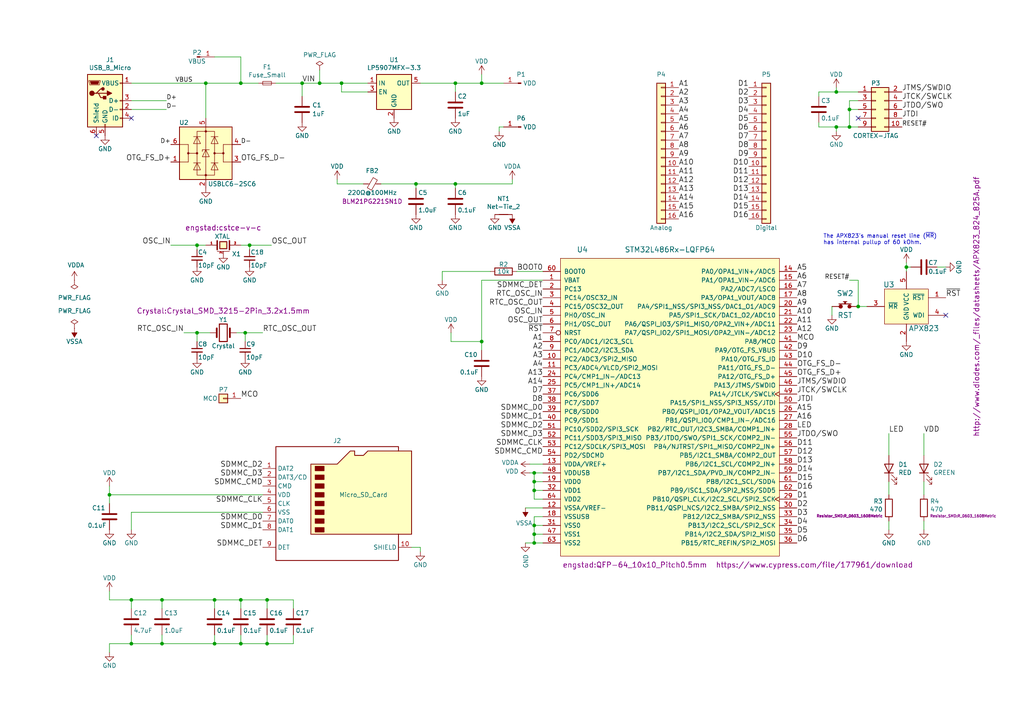
<source format=kicad_sch>
(kicad_sch (version 20230121) (generator eeschema)
  (paper "A4")
  (lib_symbols
    (symbol "@Engstad:APX823" (pin_names (offset 1.016))
      (property "Reference" "U" (at -5.08 6.35 0))
      (property "Value" "APX823" (at 5.08 -6.35 0))
      (symbol "APX823_1_1"
        (pin output line (at 11.43 2.54 180) (length 5.08) (name "~{RST}") (number "1"))
        (pin input line (at 0 -10.16 90) (length 5.08) (name "GND") (number "2"))
        (pin passive line (at -11.43 0 0) (length 5.08) (name "~{MR}") (number "3"))
        (pin input line (at 11.43 -2.54 180) (length 5.08) (name "WDI") (number "4"))
        (pin power_in line (at 0 10.16 270) (length 5.08) (name "VCC") (number "5"))
      )
    )
    (symbol "@Engstad:STM32L486Rx-LQFP64" (pin_names (offset 1.016))
      (property "Reference" "U" (at 1.27 -44.45 0))
      (property "Value" "STM32L486Rx-LQFP64" (at 1.27 44.45 0))
      (symbol "STM32L486Rx-LQFP64_1_1"
        (pin input line (at -36.83 36.83 0) (length 5.08) (name "VBAT") (number "1"))
        (pin bidirectional line (at -36.83 13.97 0) (length 5.08) (name "PC2/ADC3/SPI2_MISO") (number "10"))
        (pin bidirectional line (at -36.83 11.43 0) (length 5.08) (name "PC3/ADC4/VLCD/SPI2_MOSI") (number "11"))
        (pin power_in line (at -36.83 -29.21 0) (length 5.08) (name "VSSA/VREF-") (number "12"))
        (pin power_in line (at -36.83 -16.51 0) (length 5.08) (name "VDDA/VREF+") (number "13"))
        (pin bidirectional line (at 36.83 39.37 180) (length 5.08) (name "PA0/OPA1_VIN+/ADC5") (number "14"))
        (pin bidirectional line (at 36.83 36.83 180) (length 5.08) (name "PA1/OPA1_VIN-/ADC6") (number "15"))
        (pin bidirectional line (at 36.83 34.29 180) (length 5.08) (name "PA2/ADC7/LSCO") (number "16"))
        (pin bidirectional line (at 36.83 31.75 180) (length 5.08) (name "PA3/OPA1_VOUT/ADC8") (number "17"))
        (pin power_in line (at -36.83 -31.75 0) (length 5.08) (name "VSSUSB") (number "18"))
        (pin power_in line (at -36.83 -21.59 0) (length 5.08) (name "VDD0") (number "19"))
        (pin input line (at -36.83 34.29 0) (length 5.08) (name "PC13") (number "2"))
        (pin bidirectional line (at 36.83 29.21 180) (length 5.08) (name "PA4/SPI1_NSS/SPI3_NSS/DAC1_O1/ADC9") (number "20"))
        (pin bidirectional line (at 36.83 26.67 180) (length 5.08) (name "PA5/SPI1_SCK/DAC1_O2/ADC10") (number "21"))
        (pin bidirectional line (at 36.83 24.13 180) (length 5.08) (name "PA6/QSPI_IO3/SPI1_MISO/OPA2_VIN+/ADC11") (number "22"))
        (pin bidirectional line (at 36.83 21.59 180) (length 5.08) (name "PA7/QSPI_IO2/SPI1_MOSI/OPA2_VIN-/ADC12") (number "23"))
        (pin bidirectional line (at -36.83 8.89 0) (length 5.08) (name "PC4/CMP1_IN-/ADC13") (number "24"))
        (pin bidirectional line (at -36.83 6.35 0) (length 5.08) (name "PC5/CMP1_IN+/ADC14") (number "25"))
        (pin bidirectional line (at 36.83 -1.27 180) (length 5.08) (name "PB0/QSPI_IO1/OPA2_VOUT/ADC15") (number "26"))
        (pin bidirectional line (at 36.83 -3.81 180) (length 5.08) (name "PB1/QSPI_IO0/CMP1_IN-/ADC16") (number "27"))
        (pin bidirectional line (at 36.83 -6.35 180) (length 5.08) (name "PB2/RTC_OUT/I2C3_SMBA/COMP1_IN+") (number "28"))
        (pin bidirectional clock (at 36.83 -26.67 180) (length 5.08) (name "PB10/QSPI_CLK/I2C2_SCL/SPI2_SCK") (number "29"))
        (pin input line (at -36.83 31.75 0) (length 5.08) (name "PC14/OSC32_IN") (number "3"))
        (pin bidirectional line (at 36.83 -29.21 180) (length 5.08) (name "PB11/QSPI_NCS/I2C2_SMBA/SPI2_NSS") (number "30"))
        (pin power_in line (at -36.83 -34.29 0) (length 5.08) (name "VSS0") (number "31"))
        (pin power_in line (at -36.83 -24.13 0) (length 5.08) (name "VDD1") (number "32"))
        (pin bidirectional line (at 36.83 -31.75 180) (length 5.08) (name "PB12/I2C2_SMBA/SPI2_NSS") (number "33"))
        (pin bidirectional line (at 36.83 -34.29 180) (length 5.08) (name "PB13/I2C2_SCL/SPI2_SCK") (number "34"))
        (pin bidirectional line (at 36.83 -36.83 180) (length 5.08) (name "PB14/I2C2_SDA/SPI2_MISO") (number "35"))
        (pin bidirectional line (at 36.83 -39.37 180) (length 5.08) (name "PB15/RTC_REFIN/SPI2_MOSI") (number "36"))
        (pin bidirectional line (at -36.83 3.81 0) (length 5.08) (name "PC6/SDD6") (number "37"))
        (pin bidirectional line (at -36.83 1.27 0) (length 5.08) (name "PC7/SDD7") (number "38"))
        (pin bidirectional line (at -36.83 -1.27 0) (length 5.08) (name "PC8/SDD0") (number "39"))
        (pin input line (at -36.83 29.21 0) (length 5.08) (name "PC15/OSC32_OUT") (number "4"))
        (pin bidirectional line (at -36.83 -3.81 0) (length 5.08) (name "PC9/SDD1") (number "40"))
        (pin bidirectional line (at 36.83 19.05 180) (length 5.08) (name "PA8/MCO") (number "41"))
        (pin bidirectional line (at 36.83 16.51 180) (length 5.08) (name "PA9/OTG_FS_VBUS") (number "42"))
        (pin bidirectional line (at 36.83 13.97 180) (length 5.08) (name "PA10/OTG_FS_ID") (number "43"))
        (pin bidirectional line (at 36.83 11.43 180) (length 5.08) (name "PA11/OTG_FS_D-") (number "44"))
        (pin bidirectional line (at 36.83 8.89 180) (length 5.08) (name "PA12/OTG_FS_D+") (number "45"))
        (pin bidirectional line (at 36.83 6.35 180) (length 5.08) (name "PA13/JTMS/SWDIO") (number "46"))
        (pin power_in line (at -36.83 -36.83 0) (length 5.08) (name "VSS1") (number "47"))
        (pin power_in line (at -36.83 -19.05 0) (length 5.08) (name "VDDUSB") (number "48"))
        (pin bidirectional clock (at 36.83 3.81 180) (length 5.08) (name "PA14/JTCLK/SWCLK") (number "49"))
        (pin input line (at -36.83 26.67 0) (length 5.08) (name "PH0/OSC_IN") (number "5"))
        (pin bidirectional line (at 36.83 1.27 180) (length 5.08) (name "PA15/SPI1_NSS/SPI3_NSS/JTDI") (number "50"))
        (pin bidirectional line (at -36.83 -6.35 0) (length 5.08) (name "PC10/SDD2/SPI3_SCK") (number "51"))
        (pin bidirectional line (at -36.83 -8.89 0) (length 5.08) (name "PC11/SDD3/SPI3_MISO") (number "52"))
        (pin bidirectional line (at -36.83 -11.43 0) (length 5.08) (name "PC12/SDCLK/SPI3_MOSI") (number "53"))
        (pin bidirectional line (at -36.83 -13.97 0) (length 5.08) (name "PD2/SDCMD") (number "54"))
        (pin bidirectional line (at 36.83 -8.89 180) (length 5.08) (name "PB3/JTDO/SWO/SPI1_SCK/COMP2_IN-") (number "55"))
        (pin bidirectional line (at 36.83 -11.43 180) (length 5.08) (name "PB4/NJTRST/SPI1_MISO/COMP2_IN+") (number "56"))
        (pin bidirectional line (at 36.83 -13.97 180) (length 5.08) (name "PB5/I2C1_SMBA/COMP2_OUT") (number "57"))
        (pin bidirectional line (at 36.83 -16.51 180) (length 5.08) (name "PB6/I2C1_SCL/COMP2_IN+") (number "58"))
        (pin bidirectional line (at 36.83 -19.05 180) (length 5.08) (name "PB7/I2C1_SDA/PVD_IN/COMP2_IN-") (number "59"))
        (pin input line (at -36.83 24.13 0) (length 5.08) (name "PH1/OSC_OUT") (number "6"))
        (pin input line (at -36.83 39.37 0) (length 5.08) (name "BOOT0") (number "60"))
        (pin bidirectional line (at 36.83 -21.59 180) (length 5.08) (name "PB8/I2C1_SCL/SDD4") (number "61"))
        (pin bidirectional line (at 36.83 -24.13 180) (length 5.08) (name "PB9/ISC1_SDA/SPI2_NSS/SDD5") (number "62"))
        (pin power_in line (at -36.83 -39.37 0) (length 5.08) (name "VSS2") (number "63"))
        (pin power_in line (at -36.83 -26.67 0) (length 5.08) (name "VDD2") (number "64"))
        (pin input inverted (at -36.83 21.59 0) (length 5.08) (name "NRST") (number "7"))
        (pin bidirectional line (at -36.83 19.05 0) (length 5.08) (name "PC0/ADC1/I2C3_SCL") (number "8"))
        (pin bidirectional line (at -36.83 16.51 0) (length 5.08) (name "PC1/ADC2/I2C3_SDA") (number "9"))
      )
    )
    (symbol "@Engstad:SW_PUSH_NO" (pin_numbers hide) (pin_names (offset 0) hide)
      (property "Reference" "SW" (at 4.445 3.683 0))
      (property "Value" "SW_PUSH_NO" (at 0 -2.54 0))
      (symbol "SW_PUSH_NO_1_1"
        (pin input line (at -3.81 0 0) (length 2.54) (name "~") (number "1"))
        (pin input line (at 3.81 0 180) (length 2.54) (name "~") (number "2"))
      )
    )
    (symbol "@Engstad:crystal-resonator-smd" (pin_names (offset 1.016) hide)
      (property "Reference" "X" (at 0 2.286 0))
      (property "Value" "crystal-resonator-smd" (at 0.762 -2.794 0))
      (symbol "crystal-resonator-smd_1_1"
        (pin passive line (at -5.08 0 0) (length 3.302) (name "1") (number "1"))
        (pin passive line (at 0 -2.54 90) (length 0.762) (name "gnd") (number "2"))
        (pin passive line (at 5.08 0 180) (length 3.302) (name "3") (number "3"))
      )
    )
    (symbol "Connector:Conn_01x01_Pin" (pin_names (offset 1.016) hide)
      (property "Reference" "J" (at 0 2.54 0))
      (property "Value" "Conn_01x01_Pin" (at 0 -2.54 0))
      (symbol "Conn_01x01_Pin_1_1"
        (pin passive line (at 5.08 0 180) (length 3.81) (name "Pin_1") (number "1"))
      )
    )
    (symbol "Connector:Micro_SD_Card_Det1"
      (property "Reference" "J" (at -16.51 17.78 0))
      (property "Value" "Micro_SD_Card_Det1" (at 16.51 17.78 0))
      (symbol "Micro_SD_Card_Det1_1_1"
        (pin bidirectional line (at -22.86 10.16 0) (length 3.81) (name "DAT2") (number "1"))
        (pin passive line (at 20.32 -12.7 180) (length 3.81) (name "SHIELD") (number "10"))
        (pin bidirectional line (at -22.86 7.62 0) (length 3.81) (name "DAT3/CD") (number "2"))
        (pin input line (at -22.86 5.08 0) (length 3.81) (name "CMD") (number "3"))
        (pin power_in line (at -22.86 2.54 0) (length 3.81) (name "VDD") (number "4"))
        (pin input line (at -22.86 0 0) (length 3.81) (name "CLK") (number "5"))
        (pin power_in line (at -22.86 -2.54 0) (length 3.81) (name "VSS") (number "6"))
        (pin bidirectional line (at -22.86 -5.08 0) (length 3.81) (name "DAT0") (number "7"))
        (pin bidirectional line (at -22.86 -7.62 0) (length 3.81) (name "DAT1") (number "8"))
        (pin passive line (at -22.86 -12.7 0) (length 3.81) (name "DET") (number "9"))
      )
    )
    (symbol "Connector:USB_B_Micro" (pin_names (offset 1.016))
      (property "Reference" "J" (at -5.08 11.43 0))
      (property "Value" "USB_B_Micro" (at -5.08 8.89 0))
      (symbol "USB_B_Micro_1_1"
        (pin power_out line (at 7.62 5.08 180) (length 2.54) (name "VBUS") (number "1"))
        (pin bidirectional line (at 7.62 -2.54 180) (length 2.54) (name "D-") (number "2"))
        (pin bidirectional line (at 7.62 0 180) (length 2.54) (name "D+") (number "3"))
        (pin passive line (at 7.62 -5.08 180) (length 2.54) (name "ID") (number "4"))
        (pin power_out line (at 0 -10.16 90) (length 2.54) (name "GND") (number "5"))
        (pin passive line (at -2.54 -10.16 90) (length 2.54) (name "Shield") (number "6"))
      )
    )
    (symbol "Connector_Generic:Conn_01x01" (pin_names (offset 1.016) hide)
      (property "Reference" "J" (at 0 2.54 0))
      (property "Value" "Conn_01x01" (at 0 -2.54 0))
      (symbol "Conn_01x01_1_1"
        (pin passive line (at -5.08 0 0) (length 3.81) (name "Pin_1") (number "1"))
      )
    )
    (symbol "Connector_Generic:Conn_01x16" (pin_names (offset 1.016) hide)
      (property "Reference" "J" (at 0 20.32 0))
      (property "Value" "Conn_01x16" (at 0 -22.86 0))
      (symbol "Conn_01x16_1_1"
        (pin passive line (at -5.08 17.78 0) (length 3.81) (name "Pin_1") (number "1"))
        (pin passive line (at -5.08 -5.08 0) (length 3.81) (name "Pin_10") (number "10"))
        (pin passive line (at -5.08 -7.62 0) (length 3.81) (name "Pin_11") (number "11"))
        (pin passive line (at -5.08 -10.16 0) (length 3.81) (name "Pin_12") (number "12"))
        (pin passive line (at -5.08 -12.7 0) (length 3.81) (name "Pin_13") (number "13"))
        (pin passive line (at -5.08 -15.24 0) (length 3.81) (name "Pin_14") (number "14"))
        (pin passive line (at -5.08 -17.78 0) (length 3.81) (name "Pin_15") (number "15"))
        (pin passive line (at -5.08 -20.32 0) (length 3.81) (name "Pin_16") (number "16"))
        (pin passive line (at -5.08 15.24 0) (length 3.81) (name "Pin_2") (number "2"))
        (pin passive line (at -5.08 12.7 0) (length 3.81) (name "Pin_3") (number "3"))
        (pin passive line (at -5.08 10.16 0) (length 3.81) (name "Pin_4") (number "4"))
        (pin passive line (at -5.08 7.62 0) (length 3.81) (name "Pin_5") (number "5"))
        (pin passive line (at -5.08 5.08 0) (length 3.81) (name "Pin_6") (number "6"))
        (pin passive line (at -5.08 2.54 0) (length 3.81) (name "Pin_7") (number "7"))
        (pin passive line (at -5.08 0 0) (length 3.81) (name "Pin_8") (number "8"))
        (pin passive line (at -5.08 -2.54 0) (length 3.81) (name "Pin_9") (number "9"))
      )
    )
    (symbol "Connector_Generic:Conn_02x05_Odd_Even" (pin_names (offset 1.016) hide)
      (property "Reference" "J" (at 1.27 7.62 0))
      (property "Value" "Conn_02x05_Odd_Even" (at 1.27 -7.62 0))
      (symbol "Conn_02x05_Odd_Even_1_1"
        (pin passive line (at -5.08 5.08 0) (length 3.81) (name "Pin_1") (number "1"))
        (pin passive line (at 7.62 -5.08 180) (length 3.81) (name "Pin_10") (number "10"))
        (pin passive line (at 7.62 5.08 180) (length 3.81) (name "Pin_2") (number "2"))
        (pin passive line (at -5.08 2.54 0) (length 3.81) (name "Pin_3") (number "3"))
        (pin passive line (at 7.62 2.54 180) (length 3.81) (name "Pin_4") (number "4"))
        (pin passive line (at -5.08 0 0) (length 3.81) (name "Pin_5") (number "5"))
        (pin passive line (at 7.62 0 180) (length 3.81) (name "Pin_6") (number "6"))
        (pin passive line (at -5.08 -2.54 0) (length 3.81) (name "Pin_7") (number "7"))
        (pin passive line (at 7.62 -2.54 180) (length 3.81) (name "Pin_8") (number "8"))
        (pin passive line (at -5.08 -5.08 0) (length 3.81) (name "Pin_9") (number "9"))
      )
    )
    (symbol "Device:C" (pin_numbers hide) (pin_names (offset 0.254))
      (property "Reference" "C" (at 0.635 2.54 0))
      (property "Value" "C" (at 0.635 -2.54 0))
      (symbol "C_1_1"
        (pin passive line (at 0 3.81 270) (length 2.794) (name "~") (number "1"))
        (pin passive line (at 0 -3.81 90) (length 2.794) (name "~") (number "2"))
      )
    )
    (symbol "Device:C_Small" (pin_numbers hide) (pin_names (offset 0.254) hide)
      (property "Reference" "C" (at 0.254 1.778 0))
      (property "Value" "C_Small" (at 0.254 -2.032 0))
      (symbol "C_Small_1_1"
        (pin passive line (at 0 2.54 270) (length 2.032) (name "~") (number "1"))
        (pin passive line (at 0 -2.54 90) (length 2.032) (name "~") (number "2"))
      )
    )
    (symbol "Device:Crystal" (pin_numbers hide) (pin_names (offset 1.016) hide)
      (property "Reference" "Y" (at 0 3.81 0))
      (property "Value" "Crystal" (at 0 -3.81 0))
      (symbol "Crystal_1_1"
        (pin passive line (at -3.81 0 0) (length 1.27) (name "1") (number "1"))
        (pin passive line (at 3.81 0 180) (length 1.27) (name "2") (number "2"))
      )
    )
    (symbol "Device:FerriteBead_Small" (pin_numbers hide) (pin_names (offset 0))
      (property "Reference" "FB" (at 1.905 1.27 0))
      (property "Value" "FerriteBead_Small" (at 1.905 -1.27 0))
      (symbol "FerriteBead_Small_1_1"
        (pin passive line (at 0 2.54 270) (length 1.27) (name "~") (number "1"))
        (pin passive line (at 0 -2.54 90) (length 1.27) (name "~") (number "2"))
      )
    )
    (symbol "Device:Fuse_Small" (pin_numbers hide) (pin_names (offset 0.254) hide)
      (property "Reference" "F" (at 0 -1.524 0))
      (property "Value" "Fuse_Small" (at 0 1.524 0))
      (symbol "Fuse_Small_1_1"
        (pin passive line (at -2.54 0 0) (length 1.27) (name "~") (number "1"))
        (pin passive line (at 2.54 0 180) (length 1.27) (name "~") (number "2"))
      )
    )
    (symbol "Device:LED" (pin_numbers hide) (pin_names (offset 1.016) hide)
      (property "Reference" "D" (at 0 2.54 0))
      (property "Value" "LED" (at 0 -2.54 0))
      (symbol "LED_1_1"
        (pin passive line (at -3.81 0 0) (length 2.54) (name "K") (number "1"))
        (pin passive line (at 3.81 0 180) (length 2.54) (name "A") (number "2"))
      )
    )
    (symbol "Device:NetTie_2" (pin_numbers hide) (pin_names (offset 0) hide) (in_bom no)
      (property "Reference" "NT" (at 0 1.27 0))
      (property "Value" "NetTie_2" (at 0 -1.27 0))
      (symbol "NetTie_2_1_1"
        (pin passive line (at -2.54 0 0) (length 2.54) (name "1") (number "1"))
        (pin passive line (at 2.54 0 180) (length 2.54) (name "2") (number "2"))
      )
    )
    (symbol "Device:R" (pin_numbers hide) (pin_names (offset 0))
      (property "Reference" "R" (at 2.032 0 90))
      (property "Value" "R" (at 0 0 90))
      (symbol "R_1_1"
        (pin passive line (at 0 3.81 270) (length 1.27) (name "~") (number "1"))
        (pin passive line (at 0 -3.81 90) (length 1.27) (name "~") (number "2"))
      )
    )
    (symbol "Power_Protection:USBLC6-2SC6" (pin_names hide)
      (property "Reference" "U" (at 2.54 8.89 0))
      (property "Value" "USBLC6-2SC6" (at 2.54 -8.89 0))
      (symbol "USBLC6-2SC6_1_1"
        (pin passive line (at -10.16 -2.54 0) (length 2.54) (name "I/O1") (number "1"))
        (pin passive line (at 0 -10.16 90) (length 2.54) (name "GND") (number "2"))
        (pin passive line (at 10.16 -2.54 180) (length 2.54) (name "I/O2") (number "3"))
        (pin passive line (at 10.16 2.54 180) (length 2.54) (name "I/O2") (number "4"))
        (pin passive line (at 0 10.16 270) (length 2.54) (name "VBUS") (number "5"))
        (pin passive line (at -10.16 2.54 0) (length 2.54) (name "I/O1") (number "6"))
      )
    )
    (symbol "Regulator_Linear:LP5907MFX-3.3"
      (property "Reference" "U" (at -3.81 6.35 0))
      (property "Value" "LP5907MFX-3.3" (at 6.35 6.35 0))
      (symbol "LP5907MFX-3.3_0_1"
        (pin power_in line (at -7.62 2.54 0) (length 2.54) (name "IN") (number "1"))
        (pin power_in line (at 0 -7.62 90) (length 2.54) (name "GND") (number "2"))
        (pin input line (at -7.62 0 0) (length 2.54) (name "EN") (number "3"))
        (pin no_connect line (at 5.08 0 180) (length 2.54) hide (name "NC") (number "4"))
        (pin power_out line (at 7.62 2.54 180) (length 2.54) (name "OUT") (number "5"))
      )
    )
    (symbol "power:GND" (power) (pin_names (offset 0))
      (property "Value" "GND" (at 0 -3.81 0))
      (symbol "GND_1_1"
        (pin power_in line (at 0 0 270) (length 0) hide (name "GND") (number "1"))
      )
    )
    (symbol "power:PWR_FLAG" (power) (pin_numbers hide) (pin_names (offset 0) hide)
      (property "Value" "PWR_FLAG" (at 0 3.81 0))
      (symbol "PWR_FLAG_0_0"
        (pin power_out line (at 0 0 90) (length 0) (name "pwr") (number "1"))
      )
    )
    (symbol "power:VDD" (power) (pin_names (offset 0))
      (property "Value" "VDD" (at 0 3.81 0))
      (symbol "VDD_1_1"
        (pin power_in line (at 0 0 90) (length 0) hide (name "VDD") (number "1"))
      )
    )
    (symbol "power:VDDA" (power) (pin_names (offset 0))
      (property "Value" "VDDA" (at 0 3.81 0))
      (symbol "VDDA_1_1"
        (pin power_in line (at 0 0 90) (length 0) hide (name "VDDA") (number "1"))
      )
    )
    (symbol "power:VSSA" (power) (pin_names (offset 0))
      (property "Value" "VSSA" (at 0 3.81 0))
      (symbol "VSSA_1_1"
        (pin power_in line (at 0 0 90) (length 0) hide (name "VSSA") (number "1"))
      )
    )
  )
  (junction (at 154.94 137.16))
  (junction (at 92.71 24.13))
  (junction (at 71.12 96.52))
  (junction (at 242.57 26.67))
  (junction (at 62.23 186.69))
  (junction (at 57.15 96.52))
  (junction (at 72.39 71.12))
  (junction (at 132.08 53.34))
  (junction (at 154.94 139.7))
  (junction (at 242.57 36.83))
  (junction (at 62.23 173.99))
  (junction (at 46.99 186.69))
  (junction (at 262.89 77.47))
  (junction (at 77.47 186.69))
  (junction (at 69.85 173.99))
  (junction (at 120.65 53.34))
  (junction (at 139.7 24.13))
  (junction (at 246.38 31.75))
  (junction (at 248.92 88.9))
  (junction (at 154.94 154.94))
  (junction (at 154.94 142.24))
  (junction (at 99.06 24.13))
  (junction (at 132.08 24.13))
  (junction (at 31.75 143.51))
  (junction (at 46.99 173.99))
  (junction (at 139.7 99.06))
  (junction (at 154.94 152.4))
  (junction (at 38.1 186.69))
  (junction (at 59.69 24.13))
  (junction (at 154.94 157.48))
  (junction (at 87.63 24.13))
  (junction (at 77.47 173.99))
  (junction (at 57.15 71.12))
  (junction (at 246.38 36.83))
  (junction (at 69.85 24.13))
  (junction (at 69.85 186.69))
  (junction (at 38.1 173.99))
  (no_connect (at 38.1 34.29))
  (no_connect (at 274.32 91.44))
  (no_connect (at 248.92 34.29))
  (no_connect (at 27.94 39.37))
  (wire (pts (xy 157.48 154.94) (xy 154.94 154.94)))
  (wire (pts (xy 119.38 158.75) (xy 121.92 158.75)))
  (wire (pts (xy 62.23 16.51) (xy 69.85 16.51)))
  (wire (pts (xy 153.67 134.62) (xy 157.48 134.62)))
  (wire (pts (xy 85.09 186.69) (xy 85.09 184.15)))
  (wire (pts (xy 139.7 81.28) (xy 157.48 81.28)))
  (wire (pts (xy 97.79 53.34) (xy 97.79 52.07)))
  (wire (pts (xy 71.12 96.52) (xy 71.12 99.06)))
  (wire (pts (xy 144.78 36.83) (xy 146.05 36.83)))
  (wire (pts (xy 242.57 25.4) (xy 242.57 26.67)))
  (wire (pts (xy 130.81 99.06) (xy 139.7 99.06)))
  (wire (pts (xy 157.48 152.4) (xy 154.94 152.4)))
  (wire (pts (xy 69.85 71.12) (xy 72.39 71.12)))
  (wire (pts (xy 262.89 77.47) (xy 264.16 77.47)))
  (wire (pts (xy 152.4 147.32) (xy 157.48 147.32)))
  (wire (pts (xy 71.12 96.52) (xy 76.2 96.52)))
  (wire (pts (xy 49.53 71.12) (xy 57.15 71.12)))
  (wire (pts (xy 99.06 24.13) (xy 106.68 24.13)))
  (wire (pts (xy 154.94 144.78) (xy 157.48 144.78)))
  (wire (pts (xy 148.59 53.34) (xy 148.59 52.07)))
  (wire (pts (xy 237.49 26.67) (xy 242.57 26.67)))
  (wire (pts (xy 62.23 186.69) (xy 62.23 184.15)))
  (wire (pts (xy 132.08 24.13) (xy 132.08 26.67)))
  (wire (pts (xy 257.81 139.7) (xy 257.81 143.51)))
  (wire (pts (xy 31.75 143.51) (xy 76.2 143.51)))
  (wire (pts (xy 38.1 148.59) (xy 76.2 148.59)))
  (wire (pts (xy 62.23 173.99) (xy 69.85 173.99)))
  (wire (pts (xy 257.81 125.73) (xy 257.81 132.08)))
  (wire (pts (xy 53.34 96.52) (xy 57.15 96.52)))
  (wire (pts (xy 38.1 173.99) (xy 46.99 173.99)))
  (wire (pts (xy 144.78 38.1) (xy 144.78 36.83)))
  (wire (pts (xy 154.94 139.7) (xy 157.48 139.7)))
  (wire (pts (xy 242.57 36.83) (xy 242.57 38.1)))
  (wire (pts (xy 77.47 186.69) (xy 85.09 186.69)))
  (wire (pts (xy 132.08 53.34) (xy 148.59 53.34)))
  (wire (pts (xy 69.85 24.13) (xy 74.93 24.13)))
  (wire (pts (xy 128.27 78.74) (xy 142.24 78.74)))
  (wire (pts (xy 69.85 186.69) (xy 77.47 186.69)))
  (wire (pts (xy 31.75 186.69) (xy 38.1 186.69)))
  (wire (pts (xy 154.94 142.24) (xy 157.48 142.24)))
  (wire (pts (xy 130.81 96.52) (xy 130.81 99.06)))
  (wire (pts (xy 72.39 71.12) (xy 78.74 71.12)))
  (wire (pts (xy 99.06 26.67) (xy 106.68 26.67)))
  (wire (pts (xy 246.38 29.21) (xy 246.38 31.75)))
  (wire (pts (xy 154.94 149.86) (xy 154.94 152.4)))
  (wire (pts (xy 77.47 186.69) (xy 77.47 184.15)))
  (wire (pts (xy 59.69 24.13) (xy 59.69 34.29)))
  (wire (pts (xy 248.92 29.21) (xy 246.38 29.21)))
  (wire (pts (xy 31.75 171.45) (xy 31.75 173.99)))
  (wire (pts (xy 242.57 36.83) (xy 246.38 36.83)))
  (wire (pts (xy 46.99 173.99) (xy 62.23 173.99)))
  (wire (pts (xy 31.75 186.69) (xy 31.75 189.23)))
  (wire (pts (xy 120.65 53.34) (xy 120.65 54.61)))
  (wire (pts (xy 31.75 146.05) (xy 31.75 143.51)))
  (wire (pts (xy 38.1 186.69) (xy 38.1 184.15)))
  (wire (pts (xy 105.41 53.34) (xy 97.79 53.34)))
  (wire (pts (xy 38.1 173.99) (xy 38.1 176.53)))
  (wire (pts (xy 237.49 35.56) (xy 237.49 36.83)))
  (wire (pts (xy 57.15 71.12) (xy 59.69 71.12)))
  (wire (pts (xy 246.38 31.75) (xy 248.92 31.75)))
  (wire (pts (xy 69.85 173.99) (xy 69.85 176.53)))
  (wire (pts (xy 77.47 173.99) (xy 85.09 173.99)))
  (wire (pts (xy 139.7 81.28) (xy 139.7 99.06)))
  (wire (pts (xy 262.89 76.2) (xy 262.89 77.47)))
  (wire (pts (xy 153.67 137.16) (xy 154.94 137.16)))
  (wire (pts (xy 87.63 24.13) (xy 87.63 27.94)))
  (wire (pts (xy 237.49 26.67) (xy 237.49 27.94)))
  (wire (pts (xy 248.92 81.28) (xy 248.92 88.9)))
  (wire (pts (xy 62.23 173.99) (xy 62.23 176.53)))
  (wire (pts (xy 110.49 53.34) (xy 120.65 53.34)))
  (wire (pts (xy 154.94 139.7) (xy 154.94 142.24)))
  (wire (pts (xy 271.78 77.47) (xy 274.32 77.47)))
  (wire (pts (xy 121.92 24.13) (xy 132.08 24.13)))
  (wire (pts (xy 242.57 26.67) (xy 248.92 26.67)))
  (wire (pts (xy 267.97 151.13) (xy 267.97 153.67)))
  (wire (pts (xy 57.15 99.06) (xy 57.15 96.52)))
  (wire (pts (xy 132.08 53.34) (xy 132.08 54.61)))
  (wire (pts (xy 154.94 142.24) (xy 154.94 144.78)))
  (wire (pts (xy 246.38 36.83) (xy 248.92 36.83)))
  (wire (pts (xy 69.85 173.99) (xy 77.47 173.99)))
  (wire (pts (xy 46.99 186.69) (xy 46.99 184.15)))
  (wire (pts (xy 69.85 186.69) (xy 69.85 184.15)))
  (wire (pts (xy 248.92 88.9) (xy 251.46 88.9)))
  (wire (pts (xy 38.1 29.21) (xy 48.26 29.21)))
  (wire (pts (xy 154.94 154.94) (xy 154.94 157.48)))
  (wire (pts (xy 267.97 139.7) (xy 267.97 143.51)))
  (wire (pts (xy 31.75 173.99) (xy 38.1 173.99)))
  (wire (pts (xy 92.71 24.13) (xy 99.06 24.13)))
  (wire (pts (xy 38.1 148.59) (xy 38.1 153.67)))
  (wire (pts (xy 57.15 96.52) (xy 60.96 96.52)))
  (wire (pts (xy 59.69 24.13) (xy 69.85 24.13)))
  (wire (pts (xy 241.3 88.9) (xy 241.3 91.44)))
  (wire (pts (xy 154.94 152.4) (xy 154.94 154.94)))
  (wire (pts (xy 246.38 31.75) (xy 246.38 36.83)))
  (wire (pts (xy 120.65 53.34) (xy 132.08 53.34)))
  (wire (pts (xy 69.85 16.51) (xy 69.85 24.13)))
  (wire (pts (xy 92.71 20.32) (xy 92.71 24.13)))
  (wire (pts (xy 139.7 99.06) (xy 139.7 101.6)))
  (wire (pts (xy 57.15 71.12) (xy 57.15 72.39)))
  (wire (pts (xy 68.58 96.52) (xy 71.12 96.52)))
  (wire (pts (xy 128.27 81.28) (xy 128.27 78.74)))
  (wire (pts (xy 46.99 186.69) (xy 62.23 186.69)))
  (wire (pts (xy 38.1 186.69) (xy 46.99 186.69)))
  (wire (pts (xy 31.75 140.97) (xy 31.75 143.51)))
  (wire (pts (xy 46.99 173.99) (xy 46.99 176.53)))
  (wire (pts (xy 246.38 81.28) (xy 248.92 81.28)))
  (wire (pts (xy 38.1 31.75) (xy 48.26 31.75)))
  (wire (pts (xy 99.06 24.13) (xy 99.06 26.67)))
  (wire (pts (xy 132.08 24.13) (xy 139.7 24.13)))
  (wire (pts (xy 62.23 186.69) (xy 69.85 186.69)))
  (wire (pts (xy 80.01 24.13) (xy 87.63 24.13)))
  (wire (pts (xy 154.94 137.16) (xy 154.94 139.7)))
  (wire (pts (xy 87.63 24.13) (xy 92.71 24.13)))
  (wire (pts (xy 149.86 78.74) (xy 157.48 78.74)))
  (wire (pts (xy 139.7 24.13) (xy 139.7 21.59)))
  (wire (pts (xy 237.49 36.83) (xy 242.57 36.83)))
  (wire (pts (xy 267.97 125.73) (xy 267.97 132.08)))
  (wire (pts (xy 152.4 157.48) (xy 154.94 157.48)))
  (wire (pts (xy 154.94 157.48) (xy 157.48 157.48)))
  (wire (pts (xy 154.94 137.16) (xy 157.48 137.16)))
  (wire (pts (xy 121.92 158.75) (xy 121.92 160.02)))
  (wire (pts (xy 157.48 149.86) (xy 154.94 149.86)))
  (wire (pts (xy 38.1 24.13) (xy 59.69 24.13)))
  (wire (pts (xy 262.89 77.47) (xy 262.89 78.74)))
  (wire (pts (xy 72.39 71.12) (xy 72.39 72.39)))
  (wire (pts (xy 139.7 24.13) (xy 146.05 24.13)))
  (wire (pts (xy 77.47 173.99) (xy 77.47 176.53)))
  (wire (pts (xy 257.81 151.13) (xy 257.81 153.67)))
  (wire (pts (xy 85.09 173.99) (xy 85.09 176.53)))
  (text "The APX823's manual reset line (~{MR}) \nhas internal pullup of 60 kOhm.\n" (at 238.76 71.12 0) (effects (font (size 1.143 1.143)) (justify left bottom)))
  (label "D2" (at 217.17 27.94 180) (effects (font (size 1.524 1.524))))
  (label "OSC_OUT" (at 78.74 71.12 0) (effects (font (size 1.524 1.524))))
  (label "SDMMC_D1" (at 76.2 153.67 180) (effects (font (size 1.524 1.524))))
  (label "VBUS" (at 50.8 24.13 0))
  (label "D1" (at 231.14 144.78 0) (effects (font (size 1.524 1.524))))
  (label "RESET#" (at 246.38 81.28 180))
  (label "JTDI" (at 261.62 34.29 0) (effects (font (size 1.524 1.524))))
  (label "D8" (at 157.48 116.84 180) (effects (font (size 1.524 1.524))))
  (label "D3" (at 231.14 149.86 0) (effects (font (size 1.524 1.524))))
  (label "A8" (at 231.14 86.36 0) (effects (font (size 1.524 1.524))))
  (label "OTG_FS_D+" (at 49.53 46.99 180) (effects (font (size 1.524 1.524))))
  (label "A6" (at 231.14 81.28 0) (effects (font (size 1.524 1.524))))
  (label "RTC_OSC_IN" (at 157.48 86.36 180) (effects (font (size 1.524 1.524))))
  (label "JTCK/SWCLK" (at 231.14 114.3 0) (effects (font (size 1.524 1.524))))
  (label "A9" (at 231.14 88.9 0) (effects (font (size 1.524 1.524))))
  (label "D15" (at 217.17 60.96 180) (effects (font (size 1.524 1.524))))
  (label "A10" (at 231.14 91.44 0) (effects (font (size 1.524 1.524))))
  (label "LED" (at 257.81 125.73 0) (effects (font (size 1.524 1.524))))
  (label "D7" (at 217.17 40.64 180) (effects (font (size 1.524 1.524))))
  (label "D11" (at 231.14 129.54 0) (effects (font (size 1.524 1.524))))
  (label "A12" (at 231.14 96.52 0) (effects (font (size 1.524 1.524))))
  (label "JTMS/SWDIO" (at 231.14 111.76 0) (effects (font (size 1.524 1.524))))
  (label "A16" (at 231.14 121.92 0) (effects (font (size 1.524 1.524))))
  (label "D4" (at 231.14 152.4 0) (effects (font (size 1.524 1.524))))
  (label "BOOT0" (at 157.48 78.74 180) (effects (font (size 1.524 1.524))))
  (label "SDMMC_CMD" (at 76.2 140.97 180) (effects (font (size 1.524 1.524))))
  (label "D1" (at 217.17 25.4 180) (effects (font (size 1.524 1.524))))
  (label "A15" (at 231.14 119.38 0) (effects (font (size 1.524 1.524))))
  (label "JTDO/SWO" (at 261.62 31.75 0) (effects (font (size 1.524 1.524))))
  (label "MCO" (at 69.85 115.57 0) (effects (font (size 1.524 1.524))))
  (label "RTC_OSC_OUT" (at 76.2 96.52 0) (effects (font (size 1.524 1.524))))
  (label "A5" (at 231.14 78.74 0) (effects (font (size 1.524 1.524))))
  (label "OSC_OUT" (at 157.48 93.98 180) (effects (font (size 1.524 1.524))))
  (label "D9" (at 231.14 101.6 0) (effects (font (size 1.524 1.524))))
  (label "D13" (at 231.14 134.62 0) (effects (font (size 1.524 1.524))))
  (label "RTC_OSC_IN" (at 53.34 96.52 180) (effects (font (size 1.524 1.524))))
  (label "D14" (at 231.14 137.16 0) (effects (font (size 1.524 1.524))))
  (label "A9" (at 196.85 45.72 0) (effects (font (size 1.524 1.524))))
  (label "A8" (at 196.85 43.18 0) (effects (font (size 1.524 1.524))))
  (label "D6" (at 231.14 157.48 0) (effects (font (size 1.524 1.524))))
  (label "D3" (at 217.17 30.48 180) (effects (font (size 1.524 1.524))))
  (label "D9" (at 217.17 45.72 180) (effects (font (size 1.524 1.524))))
  (label "A2" (at 157.48 101.6 180) (effects (font (size 1.524 1.524))))
  (label "OTG_FS_D-" (at 69.85 46.99 0) (effects (font (size 1.524 1.524))))
  (label "OSC_IN" (at 157.48 91.44 180) (effects (font (size 1.524 1.524))))
  (label "D+" (at 48.26 29.21 0))
  (label "SDMMC_D1" (at 157.48 121.92 180) (effects (font (size 1.524 1.524))))
  (label "A1" (at 157.48 99.06 180) (effects (font (size 1.524 1.524))))
  (label "JTCK/SWCLK" (at 261.62 29.21 0) (effects (font (size 1.524 1.524))))
  (label "SDMMC_D0" (at 157.48 119.38 180) (effects (font (size 1.524 1.524))))
  (label "A5" (at 196.85 35.56 0) (effects (font (size 1.524 1.524))))
  (label "A4" (at 157.48 106.68 180) (effects (font (size 1.524 1.524))))
  (label "A12" (at 196.85 53.34 0) (effects (font (size 1.524 1.524))))
  (label "A13" (at 196.85 55.88 0) (effects (font (size 1.524 1.524))))
  (label "D12" (at 217.17 53.34 180) (effects (font (size 1.524 1.524))))
  (label "A14" (at 196.85 58.42 0) (effects (font (size 1.524 1.524))))
  (label "JTMS/SWDIO" (at 261.62 26.67 0) (effects (font (size 1.524 1.524))))
  (label "A14" (at 157.48 111.76 180) (effects (font (size 1.524 1.524))))
  (label "D-" (at 48.26 31.75 0))
  (label "D13" (at 217.17 55.88 180) (effects (font (size 1.524 1.524))))
  (label "D15" (at 231.14 139.7 0) (effects (font (size 1.524 1.524))))
  (label "SDMMC_D3" (at 157.48 127 180) (effects (font (size 1.524 1.524))))
  (label "~{RST}" (at 157.48 96.52 180) (effects (font (size 1.524 1.524))))
  (label "VIN" (at 87.63 24.13 0) (effects (font (size 1.524 1.524))))
  (label "D4" (at 217.17 33.02 180) (effects (font (size 1.524 1.524))))
  (label "D+" (at 49.53 41.91 180))
  (label "RESET#" (at 261.62 36.83 0))
  (label "A10" (at 196.85 48.26 0) (effects (font (size 1.524 1.524))))
  (label "D-" (at 69.85 41.91 0))
  (label "SDMMC_D3" (at 76.2 138.43 180) (effects (font (size 1.524 1.524))))
  (label "A2" (at 196.85 27.94 0) (effects (font (size 1.524 1.524))))
  (label "D12" (at 231.14 132.08 0) (effects (font (size 1.524 1.524))))
  (label "JTDO/SWO" (at 231.14 127 0) (effects (font (size 1.524 1.524))))
  (label "A3" (at 196.85 30.48 0) (effects (font (size 1.524 1.524))))
  (label "A11" (at 231.14 93.98 0) (effects (font (size 1.524 1.524))))
  (label "D10" (at 231.14 104.14 0) (effects (font (size 1.524 1.524))))
  (label "D2" (at 231.14 147.32 0) (effects (font (size 1.524 1.524))))
  (label "SDMMC_DET" (at 157.48 83.82 180) (effects (font (size 1.524 1.524))))
  (label "SDMMC_CMD" (at 157.48 132.08 180) (effects (font (size 1.524 1.524))))
  (label "OTG_FS_D-" (at 231.14 106.68 0) (effects (font (size 1.524 1.524))))
  (label "A7" (at 231.14 83.82 0) (effects (font (size 1.524 1.524))))
  (label "A3" (at 157.48 104.14 180) (effects (font (size 1.524 1.524))))
  (label "D5" (at 231.14 154.94 0) (effects (font (size 1.524 1.524))))
  (label "SDMMC_DET" (at 76.2 158.75 180) (effects (font (size 1.524 1.524))))
  (label "A1" (at 196.85 25.4 0) (effects (font (size 1.524 1.524))))
  (label "A13" (at 157.48 109.22 180) (effects (font (size 1.524 1.524))))
  (label "VDD" (at 267.97 125.73 0) (effects (font (size 1.524 1.524))))
  (label "~{RST}" (at 274.32 86.36 0) (effects (font (size 1.524 1.524))))
  (label "D5" (at 217.17 35.56 180) (effects (font (size 1.524 1.524))))
  (label "SDMMC_D2" (at 157.48 124.46 180) (effects (font (size 1.524 1.524))))
  (label "D16" (at 217.17 63.5 180) (effects (font (size 1.524 1.524))))
  (label "D16" (at 231.14 142.24 0) (effects (font (size 1.524 1.524))))
  (label "A11" (at 196.85 50.8 0) (effects (font (size 1.524 1.524))))
  (label "SDMMC_D0" (at 76.2 151.13 180) (effects (font (size 1.524 1.524))))
  (label "SDMMC_CLK" (at 157.48 129.54 180) (effects (font (size 1.524 1.524))))
  (label "SDMMC_CLK" (at 76.2 146.05 180) (effects (font (size 1.524 1.524))))
  (label "A16" (at 196.85 63.5 0) (effects (font (size 1.524 1.524))))
  (label "JTDI" (at 231.14 116.84 0) (effects (font (size 1.524 1.524))))
  (label "D11" (at 217.17 50.8 180) (effects (font (size 1.524 1.524))))
  (label "D6" (at 217.17 38.1 180) (effects (font (size 1.524 1.524))))
  (label "OSC_IN" (at 49.53 71.12 180) (effects (font (size 1.524 1.524))))
  (label "LED" (at 231.14 124.46 0) (effects (font (size 1.524 1.524))))
  (label "A6" (at 196.85 38.1 0) (effects (font (size 1.524 1.524))))
  (label "RTC_OSC_OUT" (at 157.48 88.9 180) (effects (font (size 1.524 1.524))))
  (label "SDMMC_D2" (at 76.2 135.89 180) (effects (font (size 1.524 1.524))))
  (label "D7" (at 157.48 114.3 180) (effects (font (size 1.524 1.524))))
  (label "A15" (at 196.85 60.96 0) (effects (font (size 1.524 1.524))))
  (label "OTG_FS_D+" (at 231.14 109.22 0) (effects (font (size 1.524 1.524))))
  (label "D14" (at 217.17 58.42 180) (effects (font (size 1.524 1.524))))
  (label "A7" (at 196.85 40.64 0) (effects (font (size 1.524 1.524))))
  (label "A4" (at 196.85 33.02 0) (effects (font (size 1.524 1.524))))
  (label "D10" (at 217.17 48.26 180) (effects (font (size 1.524 1.524))))
  (label "D8" (at 217.17 43.18 180) (effects (font (size 1.524 1.524))))
  (label "MCO" (at 231.14 99.06 0) (effects (font (size 1.524 1.524))))
  (symbol (lib_id "@Engstad:STM32L486Rx-LQFP64") (at 194.31 118.11 0) (unit 1)
    (property "Reference" "U4" (at 168.91 72.39 0) (effects (font (size 1.524 1.524))))
    (property "Value" "STM32L486Rx-LQFP64" (at 194.31 72.39 0) (effects (font (size 1.524 1.524))))
    (property "Footprint" "engstad:QFP-64_10x10_Pitch0.5mm" (at 184.15 163.83 0) (effects (font (size 1.524 1.524))))
    (property "Datasheet" "https://www.cypress.com/file/177961/download" (at 236.22 163.83 0) (effects (font (size 1.524 1.524))))
  )
  (symbol (lib_id "power:GND") (at 64.77 73.66 0) (unit 1)
    (property "Reference" "#PWR01" (effects hide))
    (property "Value" "GND" (at 64.77 77.47 0))
  )
  (symbol (lib_id "Device:C") (at 38.1 180.34 0) (unit 1)
    (property "Reference" "C12" (at 38.735 177.8 0) (effects (justify left)))
    (property "Value" "4.7uF" (at 38.735 182.88 0) (effects (justify left)))
    (property "Footprint" "Capacitor_SMD:C_0805_2012Metric" (effects hide))
  )
  (symbol (lib_id "Device:C") (at 132.08 58.42 0) (unit 1)
    (property "Reference" "C6" (at 132.715 55.88 0) (effects (justify left)))
    (property "Value" "0.1uF" (at 132.715 60.96 0) (effects (justify left)))
    (property "Footprint" "Capacitor_SMD:C_0603_1608Metric" (effects hide))
  )
  (symbol (lib_id "Device:C") (at 62.23 180.34 0) (unit 1)
    (property "Reference" "C14" (at 62.865 177.8 0) (effects (justify left)))
    (property "Value" "0.1uF" (at 62.865 182.88 0) (effects (justify left)))
    (property "Footprint" "Capacitor_SMD:C_0603_1608Metric" (effects hide))
  )
  (symbol (lib_id "Device:C") (at 69.85 180.34 0) (unit 1)
    (property "Reference" "C15" (at 70.485 177.8 0) (effects (justify left)))
    (property "Value" "0.1uF" (at 70.485 182.88 0) (effects (justify left)))
    (property "Footprint" "Capacitor_SMD:C_0603_1608Metric" (effects hide))
  )
  (symbol (lib_id "Device:C") (at 77.47 180.34 0) (unit 1)
    (property "Reference" "C16" (at 78.105 177.8 0) (effects (justify left)))
    (property "Value" "0.1uF" (at 78.105 182.88 0) (effects (justify left)))
    (property "Footprint" "Capacitor_SMD:C_0603_1608Metric" (effects hide))
  )
  (symbol (lib_id "Device:C") (at 85.09 180.34 0) (unit 1)
    (property "Reference" "C17" (at 85.725 177.8 0) (effects (justify left)))
    (property "Value" "0.1uF" (at 85.725 182.88 0) (effects (justify left)))
    (property "Footprint" "Capacitor_SMD:C_0603_1608Metric" (effects hide))
  )
  (symbol (lib_id "Device:C") (at 46.99 180.34 0) (unit 1)
    (property "Reference" "C13" (at 47.625 177.8 0) (effects (justify left)))
    (property "Value" "1.0uF" (at 47.625 182.88 0) (effects (justify left)))
    (property "Footprint" "Capacitor_SMD:C_0805_2012Metric" (effects hide))
  )
  (symbol (lib_id "power:GND") (at 31.75 189.23 0) (unit 1)
    (property "Reference" "#PWR02" (effects hide))
    (property "Value" "GND" (at 31.75 193.04 0))
  )
  (symbol (lib_id "Device:C") (at 120.65 58.42 0) (unit 1)
    (property "Reference" "C5" (at 121.285 55.88 0) (effects (justify left)))
    (property "Value" "1.0uF" (at 121.285 60.96 0) (effects (justify left)))
    (property "Footprint" "Capacitor_SMD:C_0603_1608Metric" (effects hide))
  )
  (symbol (lib_id "power:GND") (at 262.89 99.06 0) (unit 1)
    (property "Reference" "#PWR03" (effects hide))
    (property "Value" "GND" (at 262.89 102.87 0))
  )
  (symbol (lib_id "Device:C") (at 267.97 77.47 270) (unit 1)
    (property "Reference" "C7" (at 269.24 76.2 90) (effects (justify left)))
    (property "Value" "0.1uF" (at 269.24 78.74 90) (effects (justify left)))
    (property "Footprint" "Capacitor_SMD:C_0603_1608Metric" (effects hide))
  )
  (symbol (lib_id "Device:C") (at 139.7 105.41 0) (unit 1)
    (property "Reference" "C10" (at 134.62 102.87 0) (effects (justify left)))
    (property "Value" "0.1uF" (at 133.35 107.95 0) (effects (justify left)))
    (property "Footprint" "Capacitor_SMD:C_0603_1608Metric" (effects hide))
  )
  (symbol (lib_id "Connector_Generic:Conn_02x05_Odd_Even") (at 254 31.75 0) (unit 1)
    (property "Reference" "P3" (at 254 24.13 0))
    (property "Value" "CORTEX-JTAG" (at 254 39.37 0))
    (property "Footprint" "engstad:conn-jtag-0.05" (effects hide))
    (property "Mouser#" "200-FTSH10501LDV007K" (effects hide))
    (property "Manu#" "FTSH-105-01-F-DV-K-A" (effects hide))
  )
  (symbol (lib_id "Device:C") (at 87.63 31.75 0) (unit 1)
    (property "Reference" "C1" (at 90.551 30.48 0) (effects (justify left)))
    (property "Value" "1uF" (at 90.551 33.02 0) (effects (justify left)))
    (property "Footprint" "Capacitor_SMD:C_0805_2012Metric" (effects hide))
  )
  (symbol (lib_id "@Engstad:crystal-resonator-smd") (at 64.77 71.12 0) (unit 1)
    (property "Reference" "X1" (at 68.58 73.66 0))
    (property "Value" "XTAL" (at 62.23 68.58 0) (effects (justify left)))
    (property "Footprint" "engstad:cstce-v-c" (at 64.77 66.04 0) (effects (font (size 1.524 1.524))))
  )
  (symbol (lib_id "Device:LED") (at 257.81 135.89 90) (unit 1)
    (property "Reference" "D1" (at 260.5532 134.7216 90) (effects (justify right)))
    (property "Value" "RED" (at 260.5532 137.0584 90) (effects (justify right)))
    (property "Footprint" "LED_SMD:LED_0603_1608Metric" (effects hide))
  )
  (symbol (lib_id "Device:R") (at 257.81 147.32 0) (unit 1)
    (property "Reference" "R3" (at 256.032 145.3896 0) (effects (justify right)))
    (property "Value" "470" (at 256.032 147.7264 0) (effects (justify right)))
    (property "Footprint" "Resistor_SMD:R_0603_1608Metric" (at 256.032 149.6568 0) (effects (font (size 0.762 0.762)) (justify right)))
  )
  (symbol (lib_id "power:GND") (at 257.81 153.67 0) (unit 1)
    (property "Reference" "#PWR04" (effects hide))
    (property "Value" "GND" (at 257.81 157.48 0))
  )
  (symbol (lib_id "power:GND") (at 31.75 153.67 0) (unit 1)
    (property "Reference" "#PWR05" (effects hide))
    (property "Value" "GND" (at 31.75 157.48 0))
  )
  (symbol (lib_id "Device:R") (at 146.05 78.74 90) (unit 1)
    (property "Reference" "R2" (at 146.05 76.708 90))
    (property "Value" "10k" (at 146.05 78.74 90))
    (property "Footprint" "Resistor_SMD:R_0603_1608Metric" (effects hide))
  )
  (symbol (lib_id "power:GND") (at 128.27 81.28 0) (unit 1)
    (property "Reference" "#PWR06" (effects hide))
    (property "Value" "GND" (at 128.27 85.09 0))
  )
  (symbol (lib_id "power:VDD") (at 139.7 21.59 0) (unit 1)
    (property "Reference" "#PWR08" (effects hide))
    (property "Value" "VDD" (at 139.7 17.78 0))
  )
  (symbol (lib_id "power:GND") (at 120.65 62.23 0) (unit 1)
    (property "Reference" "#PWR09" (effects hide))
    (property "Value" "GND" (at 120.65 66.04 0))
  )
  (symbol (lib_id "power:VDD") (at 97.79 52.07 0) (unit 1)
    (property "Reference" "#PWR011" (effects hide))
    (property "Value" "VDD" (at 97.79 48.26 0))
  )
  (symbol (lib_id "Device:LED") (at 267.97 135.89 90) (unit 1)
    (property "Reference" "D2" (at 270.7132 134.7216 90) (effects (justify right)))
    (property "Value" "GREEN" (at 270.7132 137.0584 90) (effects (justify right)))
    (property "Footprint" "LED_SMD:LED_0603_1608Metric" (effects hide))
  )
  (symbol (lib_id "Device:R") (at 267.97 147.32 0) (unit 1)
    (property "Reference" "R4" (at 269.748 145.3896 0) (effects (justify left)))
    (property "Value" "470" (at 269.748 147.7264 0) (effects (justify left)))
    (property "Footprint" "Resistor_SMD:R_0603_1608Metric" (at 269.748 149.6568 0) (effects (font (size 0.762 0.762)) (justify left)))
  )
  (symbol (lib_id "power:GND") (at 267.97 153.67 0) (unit 1)
    (property "Reference" "#PWR012" (effects hide))
    (property "Value" "GND" (at 267.97 157.48 0))
  )
  (symbol (lib_id "Device:Crystal") (at 64.77 96.52 0) (unit 1)
    (property "Reference" "Y1" (at 64.77 92.71 0))
    (property "Value" "Crystal" (at 64.77 100.33 0))
    (property "Footprint" "Crystal:Crystal_SMD_3215-2Pin_3.2x1.5mm" (at 64.77 90.17 0) (effects (font (size 1.524 1.524))))
  )
  (symbol (lib_id "Device:C_Small") (at 57.15 101.6 0) (unit 1)
    (property "Reference" "C8" (at 57.404 99.822 0) (effects (justify left)))
    (property "Value" "10pF" (at 57.404 103.632 0) (effects (justify left)))
    (property "Footprint" "Capacitor_SMD:C_0603_1608Metric" (effects hide))
  )
  (symbol (lib_id "Device:C_Small") (at 71.12 101.6 0) (unit 1)
    (property "Reference" "C9" (at 71.374 99.822 0) (effects (justify left)))
    (property "Value" "10pF" (at 71.374 103.632 0) (effects (justify left)))
    (property "Footprint" "Capacitor_SMD:C_0603_1608Metric" (effects hide))
  )
  (symbol (lib_id "power:GND") (at 57.15 104.14 0) (unit 1)
    (property "Reference" "#PWR013" (effects hide))
    (property "Value" "GND" (at 57.15 107.95 0))
  )
  (symbol (lib_id "power:GND") (at 71.12 104.14 0) (unit 1)
    (property "Reference" "#PWR014" (effects hide))
    (property "Value" "GND" (at 71.12 107.95 0))
  )
  (symbol (lib_id "Connector_Generic:Conn_01x16") (at 191.77 43.18 0) (mirror y) (unit 1)
    (property "Reference" "P4" (at 191.77 21.59 0))
    (property "Value" "Analog" (at 191.77 66.04 0))
    (property "Footprint" "engstad:pin-strip-16" (effects hide))
  )
  (symbol (lib_id "Connector_Generic:Conn_01x16") (at 222.25 43.18 0) (unit 1)
    (property "Reference" "P5" (at 222.25 21.59 0))
    (property "Value" "Digital" (at 222.25 66.04 0))
    (property "Footprint" "engstad:pin-strip-16" (effects hide))
  )
  (symbol (lib_id "@Engstad:APX823") (at 262.89 88.9 0) (unit 1)
    (property "Reference" "U3" (at 257.81 82.55 0) (effects (font (size 1.524 1.524))))
    (property "Value" "APX823" (at 267.97 95.25 0) (effects (font (size 1.524 1.524))))
    (property "Footprint" "Package_TO_SOT_SMD:SOT-23-5" (effects hide))
    (property "Datasheet" "http://www.diodes.com/_files/datasheets/APX823_824_825A.pdf" (at 283.21 88.9 90) (effects (font (size 1.524 1.524))))
  )
  (symbol (lib_id "power:VDD") (at 262.89 76.2 0) (unit 1)
    (property "Reference" "#PWR015" (effects hide))
    (property "Value" "VDD" (at 262.89 72.39 0))
  )
  (symbol (lib_id "Device:C") (at 132.08 30.48 0) (unit 1)
    (property "Reference" "C2" (at 132.715 27.94 0) (effects (justify left)))
    (property "Value" "1uF" (at 132.715 33.02 0) (effects (justify left)))
    (property "Footprint" "Capacitor_SMD:C_0805_2012Metric" (effects hide))
  )
  (symbol (lib_id "Device:C") (at 237.49 31.75 0) (unit 1)
    (property "Reference" "C3" (at 238.125 29.21 0) (effects (justify left)))
    (property "Value" "0.1uF" (at 238.125 34.29 0) (effects (justify left)))
    (property "Footprint" "Capacitor_SMD:C_0603_1608Metric" (effects hide))
  )
  (symbol (lib_id "power:GND") (at 242.57 38.1 0) (unit 1)
    (property "Reference" "#PWR016" (effects hide))
    (property "Value" "GND" (at 242.57 41.91 0))
  )
  (symbol (lib_id "power:GND") (at 139.7 109.22 0) (unit 1)
    (property "Reference" "#PWR017" (effects hide))
    (property "Value" "GND" (at 139.7 113.03 0))
  )
  (symbol (lib_id "power:VDD") (at 31.75 171.45 0) (unit 1)
    (property "Reference" "#PWR019" (effects hide))
    (property "Value" "VDD" (at 31.75 167.64 0))
  )
  (symbol (lib_id "power:GND") (at 30.48 39.37 0) (unit 1)
    (property "Reference" "#PWR020" (effects hide))
    (property "Value" "GND" (at 30.48 43.18 0))
  )
  (symbol (lib_id "power:VDD") (at 242.57 25.4 0) (unit 1)
    (property "Reference" "#PWR022" (effects hide))
    (property "Value" "VDD" (at 242.57 21.59 0))
  )
  (symbol (lib_id "@Engstad:SW_PUSH_NO") (at 245.11 88.9 0) (unit 1)
    (property "Reference" "SW2" (at 245.11 85.09 0) (effects (font (size 1.524 1.524))))
    (property "Value" "RST" (at 245.11 91.44 0) (effects (font (size 1.524 1.524))))
    (property "Footprint" "engstad:tactile-switch-evpay-34x29mm" (effects hide))
  )
  (symbol (lib_id "power:GND") (at 274.32 77.47 90) (unit 1)
    (property "Reference" "#PWR023" (effects hide))
    (property "Value" "GND" (at 278.13 77.47 0))
  )
  (symbol (lib_id "power:GND") (at 241.3 91.44 0) (unit 1)
    (property "Reference" "#PWR024" (effects hide))
    (property "Value" "GND" (at 241.3 95.25 0))
  )
  (symbol (lib_id "Connector:Conn_01x01_Pin") (at 151.13 24.13 180) (unit 1)
    (property "Reference" "P1" (at 151.13 21.59 0))
    (property "Value" "VDD" (at 153.67 24.13 0))
    (property "Footprint" "engstad:pin-strip-1" (effects hide))
  )
  (symbol (lib_id "Connector_Generic:Conn_01x01") (at 64.77 115.57 180) (unit 1)
    (property "Reference" "P7" (at 64.77 113.03 0))
    (property "Value" "MCO" (at 60.96 115.57 0))
    (property "Footprint" "engstad:pin-socket-1" (effects hide))
  )
  (symbol (lib_id "Connector:Conn_01x01_Pin") (at 57.15 16.51 0) (unit 1)
    (property "Reference" "P2" (at 57.15 15.24 0))
    (property "Value" "VBUS" (at 57.15 17.78 0))
    (property "Footprint" "engstad:pin-strip-1" (effects hide))
  )
  (symbol (lib_id "power:GND") (at 38.1 153.67 0) (unit 1)
    (property "Reference" "#PWR026" (effects hide))
    (property "Value" "GND" (at 38.1 157.48 0))
  )
  (symbol (lib_id "Device:C") (at 31.75 149.86 0) (unit 1)
    (property "Reference" "C11" (at 26.67 147.32 0) (effects (justify left)))
    (property "Value" "0.1uF" (at 25.4 152.4 0) (effects (justify left)))
    (property "Footprint" "Capacitor_SMD:C_0603_1608Metric" (effects hide))
  )
  (symbol (lib_id "power:GND") (at 59.69 54.61 0) (unit 1)
    (property "Reference" "#PWR031" (effects hide))
    (property "Value" "GND" (at 59.69 58.42 0))
  )
  (symbol (lib_id "power:GND") (at 87.63 35.56 0) (unit 1)
    (property "Reference" "#PWR032" (effects hide))
    (property "Value" "GND" (at 87.63 39.37 0))
  )
  (symbol (lib_id "power:GND") (at 114.3 34.29 0) (unit 1)
    (property "Reference" "#PWR033" (effects hide))
    (property "Value" "GND" (at 114.3 38.1 0))
  )
  (symbol (lib_id "power:GND") (at 132.08 34.29 0) (unit 1)
    (property "Reference" "#PWR034" (effects hide))
    (property "Value" "GND" (at 132.08 38.1 0))
  )
  (symbol (lib_id "power:VDDA") (at 148.59 52.07 0) (unit 1)
    (property "Reference" "#PWR039" (effects hide))
    (property "Value" "VDDA" (at 148.59 48.26 0))
  )
  (symbol (lib_id "power:VDDA") (at 153.67 134.62 90) (unit 1)
    (property "Reference" "#PWR040" (effects hide))
    (property "Value" "VDDA" (at 150.4188 134.1628 90) (effects (justify left)))
  )
  (symbol (lib_id "power:VDD") (at 153.67 137.16 90) (unit 1)
    (property "Reference" "#PWR041" (effects hide))
    (property "Value" "VDD" (at 150.4442 136.7028 90) (effects (justify left)))
  )
  (symbol (lib_id "power:GND") (at 152.4 157.48 0) (unit 1)
    (property "Reference" "#PWR042" (effects hide))
    (property "Value" "GND" (at 152.527 160.7312 90) (effects (justify right)))
  )
  (symbol (lib_id "power:PWR_FLAG") (at 21.59 81.28 180) (unit 1)
    (property "Reference" "#FLG043" (effects hide))
    (property "Value" "PWR_FLAG" (at 21.59 86.36 0))
  )
  (symbol (lib_id "power:VDDA") (at 21.59 81.28 0) (unit 1)
    (property "Reference" "#PWR044" (effects hide))
    (property "Value" "VDDA" (at 22.0218 76.8858 0))
  )
  (symbol (lib_id "Power_Protection:USBLC6-2SC6") (at 59.69 44.45 0) (unit 1)
    (property "Reference" "U2" (at 53.34 35.56 0))
    (property "Value" "USBLC6-2SC6" (at 67.31 53.34 0))
    (property "Footprint" "Package_TO_SOT_SMD:SOT-23-6" (effects hide))
    (property "Datasheet" "https://www.st.com/resource/en/datasheet/usblc6-2.pdf" (effects hide))
  )
  (symbol (lib_id "Regulator_Linear:LP5907MFX-3.3") (at 114.3 26.67 0) (unit 1)
    (property "Reference" "U1" (at 114.3 17.3482 0))
    (property "Value" "LP5907MFX-3.3" (at 114.3 19.6596 0))
    (property "Footprint" "Package_TO_SOT_SMD:SOT-23-5" (effects hide))
    (property "Datasheet" "http://www.ti.com/lit/ds/symlink/lp5907.pdf" (effects hide))
  )
  (symbol (lib_id "power:VDD") (at 31.75 140.97 0) (unit 1)
    (property "Reference" "#PWR0102" (effects hide))
    (property "Value" "VDD" (at 31.75 137.16 0))
  )
  (symbol (lib_id "power:PWR_FLAG") (at 92.71 20.32 0) (unit 1)
    (property "Reference" "#FLG0101" (effects hide))
    (property "Value" "PWR_FLAG" (at 92.71 15.9258 0))
  )
  (symbol (lib_id "power:VSSA") (at 152.4 147.32 180) (unit 1)
    (property "Reference" "#PWR0103" (effects hide))
    (property "Value" "VSSA" (at 152.019 151.7142 0))
  )
  (symbol (lib_id "Device:NetTie_2") (at 146.05 62.23 0) (unit 1) (in_bom no)
    (property "Reference" "NT1" (at 146.05 57.6326 0))
    (property "Value" "Net-Tie_2" (at 146.05 59.944 0))
    (property "Footprint" "engstad:net-tie-0.4mm" (effects hide))
  )
  (symbol (lib_id "power:GND") (at 143.51 62.23 0) (unit 1)
    (property "Reference" "#PWR0104" (effects hide))
    (property "Value" "GND" (at 143.51 66.04 0))
  )
  (symbol (lib_id "power:VSSA") (at 148.59 62.23 180) (unit 1)
    (property "Reference" "#PWR0105" (effects hide))
    (property "Value" "VSSA" (at 148.59 66.04 0))
  )
  (symbol (lib_id "power:GND") (at 121.92 160.02 0) (unit 1)
    (property "Reference" "#PWR0101" (effects hide))
    (property "Value" "GND" (at 121.92 163.83 0))
  )
  (symbol (lib_id "power:GND") (at 132.08 62.23 0) (unit 1)
    (property "Reference" "#PWR0106" (effects hide))
    (property "Value" "GND" (at 132.08 66.04 0))
  )
  (symbol (lib_id "Connector:Micro_SD_Card_Det1") (at 99.06 146.05 0) (unit 1)
    (property "Reference" "J2" (at 97.79 127.8382 0))
    (property "Value" "Micro_SD_Card" (at 105.41 143.51 0))
    (property "Footprint" "engstad:Molex_PS_105162_001" (effects hide))
    (property "Datasheet" "https://datasheet.lcsc.com/lcsc/2110151630_XKB-Connectivity-XKTF-015-N_C381082.pdf" (effects hide))
  )
  (symbol (lib_id "Connector:USB_B_Micro") (at 30.48 29.21 0) (unit 1)
    (property "Reference" "J1" (at 31.9278 17.3482 0))
    (property "Value" "USB_B_Micro" (at 31.9278 19.6596 0))
    (property "Footprint" "engstad:usb-micro-b-amphenol-fci-10118194-oval" (effects hide))
  )
  (symbol (lib_id "Device:FerriteBead_Small") (at 107.95 53.34 270) (unit 1)
    (property "Reference" "FB2" (at 107.95 49.53 90))
    (property "Value" "220Ω@100MHz" (at 107.95 55.88 90))
    (property "Footprint" "Inductor_SMD:L_0805_2012Metric" (effects hide))
    (property "Manuf #" "BLM21PG221SN1D" (at 107.95 58.42 90))
  )
  (symbol (lib_id "Device:Fuse_Small") (at 77.47 24.13 0) (unit 1)
    (property "Reference" "F1" (at 77.47 19.431 0))
    (property "Value" "Fuse_Small" (at 77.47 21.7424 0))
    (property "Footprint" "Fuse:Fuse_0805_2012Metric" (effects hide))
  )
  (symbol (lib_id "Device:C_Small") (at 57.15 74.93 0) (unit 1)
    (property "Reference" "C4" (at 57.404 73.152 0) (effects (justify left)))
    (property "Value" "10pF" (at 57.404 76.962 0) (effects (justify left)))
    (property "Footprint" "Capacitor_SMD:C_0603_1608Metric" (effects hide))
  )
  (symbol (lib_id "Device:C_Small") (at 72.39 74.93 0) (unit 1)
    (property "Reference" "C18" (at 72.644 73.152 0) (effects (justify left)))
    (property "Value" "10pF" (at 72.644 76.962 0) (effects (justify left)))
    (property "Footprint" "Capacitor_SMD:C_0603_1608Metric" (effects hide))
  )
  (symbol (lib_id "power:GND") (at 57.15 77.47 0) (unit 1)
    (property "Reference" "#PWR0107" (effects hide))
    (property "Value" "GND" (at 57.15 81.28 0))
  )
  (symbol (lib_id "power:GND") (at 72.39 77.47 0) (unit 1)
    (property "Reference" "#PWR0108" (effects hide))
    (property "Value" "GND" (at 72.39 81.28 0))
  )
  (symbol (lib_id "power:VDD") (at 130.81 96.52 0) (unit 1)
    (property "Reference" "#PWR0109" (effects hide))
    (property "Value" "VDD" (at 130.81 92.71 0))
  )
  (symbol (lib_id "power:VSSA") (at 21.59 95.25 180) (unit 1)
    (property "Reference" "#PWR0110" (effects hide))
    (property "Value" "VSSA" (at 21.59 99.06 0))
  )
  (symbol (lib_id "power:PWR_FLAG") (at 21.59 95.25 0) (unit 1)
    (property "Reference" "#FLG0102" (effects hide))
    (property "Value" "PWR_FLAG" (at 21.59 90.17 0))
  )
  (symbol (lib_id "Connector:Conn_01x01_Pin") (at 151.13 36.83 180) (unit 1)
    (property "Reference" "P6" (at 151.13 34.29 0))
    (property "Value" "VDD" (at 153.67 36.83 0))
    (property "Footprint" "Connector_PinHeader_2.54mm:PinHeader_1x01_P2.54mm_Vertical" (effects hide))
  )
  (symbol (lib_id "power:GND") (at 144.78 38.1 0) (unit 1)
    (property "Reference" "#PWR0111" (effects hide))
    (property "Value" "GND" (at 144.78 41.91 0))
  )
)
</source>
